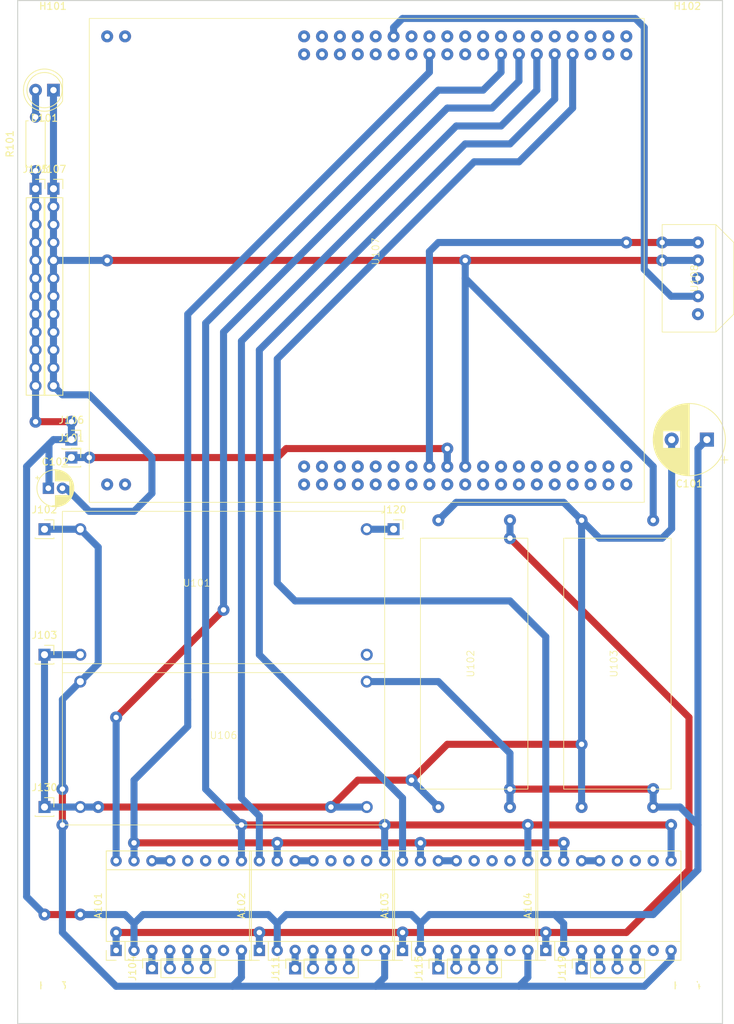
<source format=kicad_pcb>
(kicad_pcb (version 20221018) (generator pcbnew)
  (layers (0 "F.Cu" signal) (31 "B.Cu" signal) (34 "B.Paste" user) (35 "F.Paste" user) (36 "B.SilkS" user "B.Silkscreen") (37 "F.SilkS" user "F.Silkscreen") (38 "B.Mask" user) (39 "F.Mask" user) (44 "Edge.Cuts" user))
  (net 0 "")
  (net 1 "GND")
  (net 2 "5V")
  (net 3 "Net-(A101-1B)")
  (net 4 "Net-(A101-1A)")
  (net 5 "Net-(A101-2A)")
  (net 6 "Net-(A101-2B)")
  (net 8 "12V")
  (net 9 "ENABLE")
  (net 13 "Net-(A101-~{RESET})")
  (net 14 "12V_GND")
  (net 15 "STEP")
  (net 16 "Net-(A102-1B)")
  (net 17 "Net-(A102-1A)")
  (net 18 "Net-(A102-2A)")
  (net 19 "Net-(A102-2B)")
  (net 21 "DIR1")
  (net 25 "Net-(A102-~{RESET})")
  (net 26 "DIR2")
  (net 27 "DIR3")
  (net 28 "Net-(A103-1B)")
  (net 29 "Net-(A103-1A)")
  (net 30 "Net-(A103-2A)")
  (net 31 "Net-(A103-2B)")
  (net 36 "Net-(A103-~{RESET})")
  (net 37 "DIR4")
  (net 38 "Net-(J101-Pin_1)")
  (net 39 "Net-(A104-1B)")
  (net 40 "Net-(A104-1A)")
  (net 41 "Net-(A104-2A)")
  (net 42 "Net-(A104-2B)")
  (net 47 "Net-(A104-~{RESET})")
  (net 48 "5V_GND")
  (net 49 "3V3")
  (net 50 "6V")
  (net 51 "RX")
  (net 52 "Net-(D101-A)")
  (footprint "LM2596:LM2596" (layer "F.Cu") (at 29.21 85.09)
    (fp_text reference "U101" (at -3.81 -2.54 unlocked) (layer "F.SilkS") (effects (font (thickness 0.1))))
    (fp_text value "6V_OUT")
    (pad "1" thru_hole circle (at -20.32 -10.16) (size 1.7 1.7) (drill 1) (layers "*.Cu" "*.Mask") (net 8 "12V"))
    (pad "2" thru_hole circle (at -20.32 7.62) (size 1.7 1.7) (drill 1) (layers "*.Cu" "*.Mask") (net 1 "GND"))
    (pad "3" thru_hole circle (at 20.32 -10.16) (size 1.7 1.7) (drill 1) (layers "*.Cu" "*.Mask") (net 50 "6V"))
    (pad "4" thru_hole circle (at 20.32 7.62) (size 1.7 1.7) (drill 1) (layers "*.Cu" "*.Mask"))
  )
  (footprint "Module:Pololu_Breakout-16_15.2x20.3mm" (layer "F.Cu") (at 34.29 134.62 90)
    (fp_text reference "A102" (at 6.35 -2.54 90) (layer "F.SilkS"))
    (fp_text value "Pololu_Breakout_A4988")
    (pad "1" thru_hole rect (at 0 0 90) (size 1.6 1.6) (drill 0.8) (layers "*.Cu" "*.Mask") (net 14 "12V_GND"))
    (pad "2" thru_hole oval (at 0 2.54 90) (size 1.6 1.6) (drill 0.8) (layers "*.Cu" "*.Mask") (net 2 "5V"))
    (pad "3" thru_hole oval (at 0 5.08 90) (size 1.6 1.6) (drill 0.8) (layers "*.Cu" "*.Mask") (net 16 "Net-(A102-1B)"))
    (pad "4" thru_hole oval (at 0 7.62 90) (size 1.6 1.6) (drill 0.8) (layers "*.Cu" "*.Mask") (net 17 "Net-(A102-1A)"))
    (pad "5" thru_hole oval (at 0 10.16 90) (size 1.6 1.6) (drill 0.8) (layers "*.Cu" "*.Mask") (net 18 "Net-(A102-2A)"))
    (pad "6" thru_hole oval (at 0 12.7 90) (size 1.6 1.6) (drill 0.8) (layers "*.Cu" "*.Mask") (net 19 "Net-(A102-2B)"))
    (pad "7" thru_hole oval (at 0 15.24 90) (size 1.6 1.6) (drill 0.8) (layers "*.Cu" "*.Mask"))
    (pad "8" thru_hole oval (at 0 17.78 90) (size 1.6 1.6) (drill 0.8) (layers "*.Cu" "*.Mask") (net 8 "12V"))
    (pad "9" thru_hole oval (at 12.7 17.78 90) (size 1.6 1.6) (drill 0.8) (layers "*.Cu" "*.Mask") (net 9 "ENABLE"))
    (pad "10" thru_hole oval (at 12.7 15.24 90) (size 1.6 1.6) (drill 0.8) (layers "*.Cu" "*.Mask"))
    (pad "11" thru_hole oval (at 12.7 12.7 90) (size 1.6 1.6) (drill 0.8) (layers "*.Cu" "*.Mask"))
    (pad "12" thru_hole oval (at 12.7 10.16 90) (size 1.6 1.6) (drill 0.8) (layers "*.Cu" "*.Mask"))
    (pad "13" thru_hole oval (at 12.7 7.62 90) (size 1.6 1.6) (drill 0.8) (layers "*.Cu" "*.Mask") (net 25 "Net-(A102-~{RESET})"))
    (pad "14" thru_hole oval (at 12.7 5.08 90) (size 1.6 1.6) (drill 0.8) (layers "*.Cu" "*.Mask") (net 25 "Net-(A102-~{RESET})"))
    (pad "15" thru_hole oval (at 12.7 2.54 90) (size 1.6 1.6) (drill 0.8) (layers "*.Cu" "*.Mask") (net 15 "STEP"))
    (pad "16" thru_hole oval (at 12.7 0 90) (size 1.6 1.6) (drill 0.8) (layers "*.Cu" "*.Mask") (net 26 "DIR2"))
  )
  (footprint "Module:Pololu_Breakout-16_15.2x20.3mm" (layer "F.Cu") (at 54.61 134.62 90)
    (fp_text reference "A103" (at 6.35 -2.54 90) (layer "F.SilkS"))
    (fp_text value "Pololu_Breakout_A4988")
    (pad "1" thru_hole rect (at 0 0 90) (size 1.6 1.6) (drill 0.8) (layers "*.Cu" "*.Mask") (net 14 "12V_GND"))
    (pad "2" thru_hole oval (at 0 2.54 90) (size 1.6 1.6) (drill 0.8) (layers "*.Cu" "*.Mask") (net 2 "5V"))
    (pad "3" thru_hole oval (at 0 5.08 90) (size 1.6 1.6) (drill 0.8) (layers "*.Cu" "*.Mask") (net 28 "Net-(A103-1B)"))
    (pad "4" thru_hole oval (at 0 7.62 90) (size 1.6 1.6) (drill 0.8) (layers "*.Cu" "*.Mask") (net 29 "Net-(A103-1A)"))
    (pad "5" thru_hole oval (at 0 10.16 90) (size 1.6 1.6) (drill 0.8) (layers "*.Cu" "*.Mask") (net 30 "Net-(A103-2A)"))
    (pad "6" thru_hole oval (at 0 12.7 90) (size 1.6 1.6) (drill 0.8) (layers "*.Cu" "*.Mask") (net 31 "Net-(A103-2B)"))
    (pad "7" thru_hole oval (at 0 15.24 90) (size 1.6 1.6) (drill 0.8) (layers "*.Cu" "*.Mask"))
    (pad "8" thru_hole oval (at 0 17.78 90) (size 1.6 1.6) (drill 0.8) (layers "*.Cu" "*.Mask") (net 8 "12V"))
    (pad "9" thru_hole oval (at 12.7 17.78 90) (size 1.6 1.6) (drill 0.8) (layers "*.Cu" "*.Mask") (net 9 "ENABLE"))
    (pad "10" thru_hole oval (at 12.7 15.24 90) (size 1.6 1.6) (drill 0.8) (layers "*.Cu" "*.Mask"))
    (pad "11" thru_hole oval (at 12.7 12.7 90) (size 1.6 1.6) (drill 0.8) (layers "*.Cu" "*.Mask"))
    (pad "12" thru_hole oval (at 12.7 10.16 90) (size 1.6 1.6) (drill 0.8) (layers "*.Cu" "*.Mask"))
    (pad "13" thru_hole oval (at 12.7 7.62 90) (size 1.6 1.6) (drill 0.8) (layers "*.Cu" "*.Mask") (net 36 "Net-(A103-~{RESET})"))
    (pad "14" thru_hole oval (at 12.7 5.08 90) (size 1.6 1.6) (drill 0.8) (layers "*.Cu" "*.Mask") (net 36 "Net-(A103-~{RESET})"))
    (pad "15" thru_hole oval (at 12.7 2.54 90) (size 1.6 1.6) (drill 0.8) (layers "*.Cu" "*.Mask") (net 15 "STEP"))
    (pad "16" thru_hole oval (at 12.7 0 90) (size 1.6 1.6) (drill 0.8) (layers "*.Cu" "*.Mask") (net 27 "DIR3"))
  )
  (footprint "MyPinSocket:MyPinSocket" (layer "F.Cu") (at 7.62 62.23)
    (fp_text reference "J106" (at 0 -2.77) (layer "F.SilkS"))
    (fp_text value "5V_OPTIONAL+")
    (pad "1" thru_hole rect (at 0 0) (size 1.7 1.7) (drill 1) (layers "*.Cu" "*.Mask") (net 2 "5V"))
  )
  (footprint "MyLED:LED_D5.0mm" (layer "F.Cu") (at 3.81 12.7 180)
    (fp_text reference "D101" (at 0 -3.96) (layer "F.SilkS"))
    (fp_text value "LED")
    (pad "1" thru_hole rect (at -1.27 0 180) (size 1.8 1.8) (drill 0.9) (layers "*.Cu" "*.Mask") (net 48 "5V_GND"))
    (pad "2" thru_hole circle (at 1.27 0 180) (size 1.8 1.8) (drill 0.9) (layers "*.Cu" "*.Mask") (net 52 "Net-(D101-A)"))
  )
  (footprint "MountingHole:MountingHole_3.2mm_M3" (layer "F.Cu") (at 5 140)
    (fp_text reference "H103" (at 0 -0.38) (layer "F.SilkS"))
    (fp_text value "MountingHole")
    (pad "" np_thru_hole circle (at 0 0) (size 3.2 3.2) (drill 3.2) (layers "*.Cu" "*.Mask"))
  )
  (footprint "Ammeter:Ammeter" (layer "F.Cu") (at 64.77 93.98 90)
    (fp_text reference "U102" (at 0 -0.5 90 unlocked) (layer "F.SilkS") (effects (font (thickness 0.1))))
    (fp_text value "~")
    (pad "" np_thru_hole circle (at -13.97 0 90) (size 2.2 2.2) (drill 2.2) (layers "F&B.Cu" "*.Mask"))
    (pad "" np_thru_hole circle (at 12.7 0 90) (size 2.2 2.2) (drill 2.2) (layers "F&B.Cu" "*.Mask"))
    (pad "1" thru_hole circle (at -20.32 5.08 90) (size 1.7 1.7) (drill 0.762) (layers "*.Cu" "*.Mask") (net 2 "5V"))
    (pad "2" thru_hole circle (at -20.32 -5.08 90) (size 1.7 1.7) (drill 0.762) (layers "*.Cu" "*.Mask") (net 1 "GND"))
    (pad "3" thru_hole circle (at 20.32 5.08 90) (size 1.7 1.7) (drill 0.762) (layers "*.Cu" "*.Mask") (net 14 "12V_GND"))
    (pad "4" thru_hole circle (at 20.32 -5.08 90) (size 1.7 1.7) (drill 0.762) (layers "*.Cu" "*.Mask") (net 1 "GND"))
  )
  (footprint "Connector_PinSocket_2.54mm:PinSocket_1x04_P2.54mm_Vertical" (layer "F.Cu") (at 59.69 137.17 90)
    (fp_text reference "J115" (at 0 -2.77 90) (layer "F.SilkS"))
    (fp_text value "STEPPER_OUT3")
    (pad "1" thru_hole rect (at 0 0 90) (size 1.7 1.7) (drill 1) (layers "*.Cu" "*.Mask") (net 28 "Net-(A103-1B)"))
    (pad "2" thru_hole oval (at 0 2.54 90) (size 1.7 1.7) (drill 1) (layers "*.Cu" "*.Mask") (net 29 "Net-(A103-1A)"))
    (pad "3" thru_hole oval (at 0 5.08 90) (size 1.7 1.7) (drill 1) (layers "*.Cu" "*.Mask") (net 30 "Net-(A103-2A)"))
    (pad "4" thru_hole oval (at 0 7.62 90) (size 1.7 1.7) (drill 1) (layers "*.Cu" "*.Mask") (net 31 "Net-(A103-2B)"))
  )
  (footprint "My7.62mmResistor:My7.62mmResistor" (layer "F.Cu") (at 2.54 24.13 90)
    (fp_text reference "R101" (at 3.81 -3.64 90) (layer "F.SilkS"))
    (fp_text value "R")
    (pad "1" thru_hole circle (at 0 0 90) (size 1.6 1.6) (drill 0.8) (layers "*.Cu" "*.Mask") (net 2 "5V"))
    (pad "2" thru_hole oval (at 7.62 0 90) (size 1.6 1.6) (drill 0.8) (layers "*.Cu" "*.Mask") (net 52 "Net-(D101-A)"))
  )
  (footprint "Module:Pololu_Breakout-16_15.2x20.3mm" (layer "F.Cu") (at 13.97 134.62 90)
    (fp_text reference "A101" (at 6.35 -2.54 90) (layer "F.SilkS"))
    (fp_text value "Pololu_Breakout_A4988")
    (pad "1" thru_hole rect (at 0 0 90) (size 1.6 1.6) (drill 0.8) (layers "*.Cu" "*.Mask") (net 14 "12V_GND"))
    (pad "2" thru_hole oval (at 0 2.54 90) (size 1.6 1.6) (drill 0.8) (layers "*.Cu" "*.Mask") (net 2 "5V"))
    (pad "3" thru_hole oval (at 0 5.08 90) (size 1.6 1.6) (drill 0.8) (layers "*.Cu" "*.Mask") (net 3 "Net-(A101-1B)"))
    (pad "4" thru_hole oval (at 0 7.62 90) (size 1.6 1.6) (drill 0.8) (layers "*.Cu" "*.Mask") (net 4 "Net-(A101-1A)"))
    (pad "5" thru_hole oval (at 0 10.16 90) (size 1.6 1.6) (drill 0.8) (layers "*.Cu" "*.Mask") (net 5 "Net-(A101-2A)"))
    (pad "6" thru_hole oval (at 0 12.7 90) (size 1.6 1.6) (drill 0.8) (layers "*.Cu" "*.Mask") (net 6 "Net-(A101-2B)"))
    (pad "7" thru_hole oval (at 0 15.24 90) (size 1.6 1.6) (drill 0.8) (layers "*.Cu" "*.Mask"))
    (pad "8" thru_hole oval (at 0 17.78 90) (size 1.6 1.6) (drill 0.8) (layers "*.Cu" "*.Mask") (net 8 "12V"))
    (pad "9" thru_hole oval (at 12.7 17.78 90) (size 1.6 1.6) (drill 0.8) (layers "*.Cu" "*.Mask") (net 9 "ENABLE"))
    (pad "10" thru_hole oval (at 12.7 15.24 90) (size 1.6 1.6) (drill 0.8) (layers "*.Cu" "*.Mask"))
    (pad "11" thru_hole oval (at 12.7 12.7 90) (size 1.6 1.6) (drill 0.8) (layers "*.Cu" "*.Mask"))
    (pad "12" thru_hole oval (at 12.7 10.16 90) (size 1.6 1.6) (drill 0.8) (layers "*.Cu" "*.Mask"))
    (pad "13" thru_hole oval (at 12.7 7.62 90) (size 1.6 1.6) (drill 0.8) (layers "*.Cu" "*.Mask") (net 13 "Net-(A101-~{RESET})"))
    (pad "14" thru_hole oval (at 12.7 5.08 90) (size 1.6 1.6) (drill 0.8) (layers "*.Cu" "*.Mask") (net 13 "Net-(A101-~{RESET})"))
    (pad "15" thru_hole oval (at 12.7 2.54 90) (size 1.6 1.6) (drill 0.8) (layers "*.Cu" "*.Mask") (net 15 "STEP"))
    (pad "16" thru_hole oval (at 12.7 0 90) (size 1.6 1.6) (drill 0.8) (layers "*.Cu" "*.Mask") (net 21 "DIR1"))
  )
  (footprint "LM2596:LM2596" (layer "F.Cu") (at 29.21 106.68)
    (fp_text reference "U106" (at 0 -2.54 unlocked) (layer "F.SilkS") (effects (font (thickness 0.1))))
    (fp_text value "5V_OUT")
    (pad "1" thru_hole circle (at -20.32 -10.16) (size 1.7 1.7) (drill 1) (layers "*.Cu" "*.Mask") (net 8 "12V"))
    (pad "2" thru_hole circle (at -20.32 7.62) (size 1.7 1.7) (drill 1) (layers "*.Cu" "*.Mask") (net 1 "GND"))
    (pad "3" thru_hole circle (at 20.32 -10.16) (size 1.7 1.7) (drill 1) (layers "*.Cu" "*.Mask") (net 2 "5V"))
    (pad "4" thru_hole circle (at 20.32 7.62) (size 1.7 1.7) (drill 1) (layers "*.Cu" "*.Mask") (net 1 "GND"))
  )
  (footprint "Connector_PinSocket_2.54mm:PinSocket_1x04_P2.54mm_Vertical" (layer "F.Cu") (at 80.01 137.17 90)
    (fp_text reference "J119" (at 0 -2.77 90) (layer "F.SilkS"))
    (fp_text value "STEPPER_OUT4")
    (pad "1" thru_hole rect (at 0 0 90) (size 1.7 1.7) (drill 1) (layers "*.Cu" "*.Mask") (net 39 "Net-(A104-1B)"))
    (pad "2" thru_hole oval (at 0 2.54 90) (size 1.7 1.7) (drill 1) (layers "*.Cu" "*.Mask") (net 40 "Net-(A104-1A)"))
    (pad "3" thru_hole oval (at 0 5.08 90) (size 1.7 1.7) (drill 1) (layers "*.Cu" "*.Mask") (net 41 "Net-(A104-2A)"))
    (pad "4" thru_hole oval (at 0 7.62 90) (size 1.7 1.7) (drill 1) (layers "*.Cu" "*.Mask") (net 42 "Net-(A104-2B)"))
  )
  (footprint "MyPinSocket:MyPinSocket" (layer "F.Cu") (at 7.62 64.77)
    (fp_text reference "J101" (at 0 -2.77) (layer "F.SilkS"))
    (fp_text value "5V_OPTIONAL-")
    (pad "1" thru_hole rect (at 0 0) (size 1.7 1.7) (drill 1) (layers "*.Cu" "*.Mask") (net 38 "Net-(J101-Pin_1)"))
  )
  (footprint "NUCLEO-F401RE:NUCLEO-F401RE" (layer "F.Cu") (at 50.8 35.56 90)
    (fp_text reference "U107" (at 0 0 90 unlocked) (layer "F.SilkS") (effects (font (thickness 0.1))))
    (fp_text value "~")
    (pad "1" thru_hole circle (at -33.02 -10.16 90) (size 1.7 1.7) (drill 0.762) (layers "*.Cu" "*.Mask"))
    (pad "2" thru_hole circle (at -33.02 -7.62 90) (size 1.7 1.7) (drill 0.762) (layers "*.Cu" "*.Mask"))
    (pad "3" thru_hole circle (at -33.02 -5.08 90) (size 1.7 1.7) (drill 0.762) (layers "*.Cu" "*.Mask"))
    (pad "4" thru_hole circle (at -33.02 -2.54 90) (size 1.7 1.7) (drill 0.762) (layers "*.Cu" "*.Mask"))
    (pad "5" thru_hole circle (at -33.02 0 90) (size 1.7 1.7) (drill 0.762) (layers "*.Cu" "*.Mask"))
    (pad "6" thru_hole circle (at -33.02 2.54 90) (size 1.7 1.7) (drill 0.762) (layers "*.Cu" "*.Mask"))
    (pad "7" thru_hole circle (at -33.02 5.08 90) (size 1.7 1.7) (drill 0.762) (layers "*.Cu" "*.Mask"))
    (pad "8" thru_hole circle (at -33.02 7.62 90) (size 1.7 1.7) (drill 0.762) (layers "*.Cu" "*.Mask"))
    (pad "9" thru_hole circle (at -33.02 10.16 90) (size 1.7 1.7) (drill 0.762) (layers "*.Cu" "*.Mask"))
    (pad "10" thru_hole circle (at -33.02 12.7 90) (size 1.7 1.7) (drill 0.762) (layers "*.Cu" "*.Mask"))
    (pad "11" thru_hole circle (at -33.02 15.24 90) (size 1.7 1.7) (drill 0.762) (layers "*.Cu" "*.Mask"))
    (pad "12" thru_hole circle (at -33.02 17.78 90) (size 1.7 1.7) (drill 0.762) (layers "*.Cu" "*.Mask"))
    (pad "13" thru_hole circle (at -33.02 20.32 90) (size 1.7 1.7) (drill 0.762) (layers "*.Cu" "*.Mask"))
    (pad "14" thru_hole circle (at -33.02 22.86 90) (size 1.7 1.7) (drill 0.762) (layers "*.Cu" "*.Mask"))
    (pad "15" thru_hole circle (at -33.02 25.4 90) (size 1.7 1.7) (drill 0.762) (layers "*.Cu" "*.Mask"))
    (pad "16" thru_hole circle (at -33.02 27.94 90) (size 1.7 1.7) (drill 0.762) (layers "*.Cu" "*.Mask"))
    (pad "17" thru_hole circle (at -33.02 30.48 90) (size 1.7 1.7) (drill 0.762) (layers "*.Cu" "*.Mask"))
    (pad "18" thru_hole circle (at -33.02 33.02 90) (size 1.7 1.7) (drill 0.762) (layers "*.Cu" "*.Mask"))
    (pad "19" thru_hole circle (at -33.02 35.56 90) (size 1.7 1.7) (drill 0.762) (layers "*.Cu" "*.Mask"))
    (pad "20" thru_hole circle (at -30.48 -10.16 90) (size 1.7 1.7) (drill 0.762) (layers "*.Cu" "*.Mask"))
    (pad "21" thru_hole circle (at -30.48 -7.62 90) (size 1.7 1.7) (drill 0.762) (layers "*.Cu" "*.Mask"))
    (pad "22" thru_hole circle (at -30.48 -5.08 90) (size 1.7 1.7) (drill 0.762) (layers "*.Cu" "*.Mask"))
    (pad "23" thru_hole circle (at -30.48 -2.54 90) (size 1.7 1.7) (drill 0.762) (layers "*.Cu" "*.Mask"))
    (pad "24" thru_hole circle (at -30.48 0 90) (size 1.7 1.7) (drill 0.762) (layers "*.Cu" "*.Mask"))
    (pad "25" thru_hole circle (at -30.48 2.54 90) (size 1.7 1.7) (drill 0.762) (layers "*.Cu" "*.Mask"))
    (pad "26" thru_hole circle (at -30.48 5.08 90) (size 1.7 1.7) (drill 0.762) (layers "*.Cu" "*.Mask"))
    (pad "27" thru_hole circle (at -30.48 7.62 90) (size 1.7 1.7) (drill 0.762) (layers "*.Cu" "*.Mask") (net 49 "3V3"))
    (pad "28" thru_hole circle (at -30.48 10.16 90) (size 1.7 1.7) (drill 0.762) (layers "*.Cu" "*.Mask") (net 38 "Net-(J101-Pin_1)"))
    (pad "29" thru_hole circle (at -30.48 12.7 90) (size 1.7 1.7) (drill 0.762) (layers "*.Cu" "*.Mask") (net 48 "5V_GND"))
    (pad "30" thru_hole circle (at -30.48 15.24 90) (size 1.7 1.7) (drill 0.762) (layers "*.Cu" "*.Mask"))
    (pad "31" thru_hole circle (at -30.48 17.78 90) (size 1.7 1.7) (drill 0.762) (layers "*.Cu" "*.Mask"))
    (pad "32" thru_hole circle (at -30.48 20.32 90) (size 1.7 1.7) (drill 0.762) (layers "*.Cu" "*.Mask"))
    (pad "33" thru_hole circle (at -30.48 22.86 90) (size 1.7 1.7) (drill 0.762) (layers "*.Cu" "*.Mask"))
    (pad "34" thru_hole circle (at -30.48 25.4 90) (size 1.7 1.7) (drill 0.762) (layers "*.Cu" "*.Mask"))
    (pad "35" thru_hole circle (at -30.48 27.94 90) (size 1.7 1.7) (drill 0.762) (layers "*.Cu" "*.Mask"))
    (pad "36" thru_hole circle (at -30.48 30.48 90) (size 1.7 1.7) (drill 0.762) (layers "*.Cu" "*.Mask"))
    (pad "37" thru_hole circle (at -30.48 33.02 90) (size 1.7 1.7) (drill 0.762) (layers "*.Cu" "*.Mask"))
    (pad "38" thru_hole circle (at -30.48 35.56 90) (size 1.7 1.7) (drill 0.762) (layers "*.Cu" "*.Mask"))
    (pad "39" thru_hole circle (at 30.48 -10.16 90) (size 1.7 1.7) (drill 0.762) (layers "*.Cu" "*.Mask"))
    (pad "40" thru_hole circle (at 30.48 -7.62 90) (size 1.7 1.7) (drill 0.762) (layers "*.Cu" "*.Mask"))
    (pad "41" thru_hole circle (at 30.48 -5.08 90) (size 1.7 1.7) (drill 0.762) (layers "*.Cu" "*.Mask"))
    (pad "42" thru_hole circle (at 30.48 -2.54 90) (size 1.7 1.7) (drill 0.762) (layers "*.Cu" "*.Mask"))
    (pad "43" thru_hole circle (at 30.48 0 90) (size 1.7 1.7) (drill 0.762) (layers "*.Cu" "*.Mask"))
    (pad "44" thru_hole circle (at 30.48 2.54 90) (size 1.7 1.7) (drill 0.762) (layers "*.Cu" "*.Mask") (net 51 "RX"))
    (pad "45" thru_hole circle (at 30.48 5.08 90) (size 1.7 1.7) (drill 0.762) (layers "*.Cu" "*.Mask"))
    (pad "46" thru_hole circle (at 30.48 7.62 90) (size 1.7 1.7) (drill 0.762) (layers "*.Cu" "*.Mask"))
    (pad "47" thru_hole circle (at 30.48 10.16 90) (size 1.7 1.7) (drill 0.762) (layers "*.Cu" "*.Mask"))
    (pad "48" thru_hole circle (at 30.48 12.7 90) (size 1.7 1.7) (drill 0.762) (layers "*.Cu" "*.Mask"))
    (pad "49" thru_hole circle (at 30.48 15.24 90) (size 1.7 1.7) (drill 0.762) (layers "*.Cu" "*.Mask"))
    (pad "50" thru_hole circle (at 30.48 17.78 90) (size 1.7 1.7) (drill 0.762) (layers "*.Cu" "*.Mask"))
    (pad "51" thru_hole circle (at 30.48 20.32 90) (size 1.7 1.7) (drill 0.762) (layers "*.Cu" "*.Mask"))
    (pad "52" thru_hole circle (at 30.48 22.86 90) (size 1.7 1.7) (drill 0.762) (layers "*.Cu" "*.Mask"))
    (pad "53" thru_hole circle (at 30.48 25.4 90) (size 1.7 1.7) (drill 0.762) (layers "*.Cu" "*.Mask"))
    (pad "54" thru_hole circle (at 30.48 27.94 90) (size 1.7 1.7) (drill 0.762) (layers "*.Cu" "*.Mask"))
    (pad "55" thru_hole circle (at 30.48 30.48 90) (size 1.7 1.7) (drill 0.762) (layers "*.Cu" "*.Mask"))
    (pad "56" thru_hole circle (at 30.48 33.02 90) (size 1.7 1.7) (drill 0.762) (layers "*.Cu" "*.Mask"))
    (pad "57" thru_hole circle (at 30.48 35.56 90) (size 1.7 1.7) (drill 0.762) (layers "*.Cu" "*.Mask"))
    (pad "58" thru_hole circle (at 27.94 -10.16 90) (size 1.7 1.7) (drill 0.762) (layers "*.Cu" "*.Mask"))
    (pad "59" thru_hole circle (at 27.94 -7.62 90) (size 1.7 1.7) (drill 0.762) (layers "*.Cu" "*.Mask"))
    (pad "60" thru_hole circle (at 27.94 -5.08 90) (size 1.7 1.7) (drill 0.762) (layers "*.Cu" "*.Mask"))
    (pad "61" thru_hole circle (at 27.94 -2.54 90) (size 1.7 1.7) (drill 0.762) (layers "*.Cu" "*.Mask"))
    (pad "62" thru_hole circle (at 27.94 0 90) (size 1.7 1.7) (drill 0.762) (layers "*.Cu" "*.Mask"))
    (pad "63" thru_hole circle (at 27.94 2.54 90) (size 1.7 1.7) (drill 0.762) (layers "*.Cu" "*.Mask"))
    (pad "64" thru_hole circle (at 27.94 5.08 90) (size 1.7 1.7) (drill 0.762) (layers "*.Cu" "*.Mask"))
    (pad "65" thru_hole circle (at 27.94 7.62 90) (size 1.7 1.7) (drill 0.762) (layers "*.Cu" "*.Mask") (net 15 "STEP"))
    (pad "66" thru_hole circle (at 27.94 10.16 90) (size 1.7 1.7) (drill 0.762) (layers "*.Cu" "*.Mask"))
    (pad "67" thru_hole circle (at 27.94 12.7 90) (size 1.7 1.7) (drill 0.762) (layers "*.Cu" "*.Mask"))
    (pad "68" thru_hole circle (at 27.94 15.24 90) (size 1.7 1.7) (drill 0.762) (layers "*.Cu" "*.Mask"))
    (pad "69" thru_hole circle (at 27.94 17.78 90) (size 1.7 1.7) (drill 0.762) (layers "*.Cu" "*.Mask") (net 9 "ENABLE"))
    (pad "70" thru_hole circle (at 27.94 20.32 90) (size 1.7 1.7) (drill 0.762) (layers "*.Cu" "*.Mask") (net 21 "DIR1"))
    (pad "71" thru_hole circle (at 27.94 22.86 90) (size 1.7 1.7) (drill 0.762) (layers "*.Cu" "*.Mask") (net 26 "DIR2"))
    (pad "72" thru_hole circle (at 27.94 25.4 90) (size 1.7 1.7) (drill 0.762) (layers "*.Cu" "*.Mask") (net 27 "DIR3"))
    (pad "73" thru_hole circle (at 27.94 27.94 90) (size 1.7 1.7) (drill 0.762) (layers "*.Cu" "*.Mask") (net 37 "DIR4"))
    (pad "74" thru_hole circle (at 27.94 30.48 90) (size 1.7 1.7) (drill 0.762) (layers "*.Cu" "*.Mask"))
    (pad "75" thru_hole circle (at 27.94 33.02 90) (size 1.7 1.7) (drill 0.762) (layers "*.Cu" "*.Mask"))
    (pad "76" thru_hole circle (at 27.94 35.56 90) (size 1.7 1.7) (drill 0.762) (layers "*.Cu" "*.Mask"))
    (pad "77" thru_hole circle (at -33.02 -35.56 90) (size 1.7 1.7) (drill 0.762) (layers "*.Cu" "*.Mask"))
    (pad "78" thru_hole circle (at -33.02 -38.1 90) (size 1.7 1.7) (drill 0.762) (layers "*.Cu" "*.Mask"))
    (pad "79" thru_hole circle (at 30.48 -35.56 90) (size 1.7 1.7) (drill 0.762) (layers "*.Cu" "*.Mask"))
    (pad "80" thru_hole circle (at 30.48 -38.1 90) (size 1.7 1.7) (drill 0.762) (layers "*.Cu" "*.Mask"))
  )
  (footprint "MountingHole:MountingHole_3.2mm_M3" (layer "F.Cu") (at 95 140)
    (fp_text reference "H104" (at 0 -0.38) (layer "F.SilkS"))
    (fp_text value "MountingHole")
    (pad "" np_thru_hole circle (at 0 0) (size 3.2 3.2) (drill 3.2) (layers "*.Cu" "*.Mask"))
  )
  (footprint "Ammeter:Ammeter" (layer "F.Cu") (at 85.09 93.98 90)
    (fp_text reference "U103" (at 0 -0.5 90 unlocked) (layer "F.SilkS") (effects (font (thickness 0.1))))
    (fp_text value "~")
    (pad "" np_thru_hole circle (at -13.97 0 90) (size 2.2 2.2) (drill 2.2) (layers "F&B.Cu" "*.Mask"))
    (pad "" np_thru_hole circle (at 12.7 0 90) (size 2.2 2.2) (drill 2.2) (layers "F&B.Cu" "*.Mask"))
    (pad "1" thru_hole circle (at -20.32 5.08 90) (size 1.7 1.7) (drill 0.762) (layers "*.Cu" "*.Mask") (net 2 "5V"))
    (pad "2" thru_hole circle (at -20.32 -5.08 90) (size 1.7 1.7) (drill 0.762) (layers "*.Cu" "*.Mask") (net 1 "GND"))
    (pad "3" thru_hole circle (at 20.32 5.08 90) (size 1.7 1.7) (drill 0.762) (layers "*.Cu" "*.Mask") (net 48 "5V_GND"))
    (pad "4" thru_hole circle (at 20.32 -5.08 90) (size 1.7 1.7) (drill 0.762) (layers "*.Cu" "*.Mask") (net 1 "GND"))
  )
  (footprint "Capacitor_THT:CP_Radial_D5.0mm_P2.00mm" (layer "F.Cu") (at 4.35 69.12)
    (fp_text reference "C102" (at 1 -3.75) (layer "F.SilkS"))
    (fp_text value "10u")
    (pad "1" thru_hole rect (at 0 0) (size 1.6 1.6) (drill 0.8) (layers "*.Cu" "*.Mask") (net 2 "5V"))
    (pad "2" thru_hole circle (at 2 0) (size 1.6 1.6) (drill 0.8) (layers "*.Cu" "*.Mask") (net 48 "5V_GND"))
  )
  (footprint "Connector_PinSocket_2.54mm:PinSocket_1x04_P2.54mm_Vertical" (layer "F.Cu") (at 19.06 137.145 90)
    (fp_text reference "J104" (at 0 -2.77 90) (layer "F.SilkS"))
    (fp_text value "STEPPER_OUT1")
    (pad "1" thru_hole rect (at 0 0 90) (size 1.7 1.7) (drill 1) (layers "*.Cu" "*.Mask") (net 3 "Net-(A101-1B)"))
    (pad "2" thru_hole oval (at 0 2.54 90) (size 1.7 1.7) (drill 1) (layers "*.Cu" "*.Mask") (net 4 "Net-(A101-1A)"))
    (pad "3" thru_hole oval (at 0 5.08 90) (size 1.7 1.7) (drill 1) (layers "*.Cu" "*.Mask") (net 5 "Net-(A101-2A)"))
    (pad "4" thru_hole oval (at 0 7.62 90) (size 1.7 1.7) (drill 1) (layers "*.Cu" "*.Mask") (net 6 "Net-(A101-2B)"))
  )
  (footprint "MyPinSocket:MyPinSocket" (layer "F.Cu") (at 3.81 114.3)
    (fp_text reference "J130" (at 0 -2.77) (layer "F.SilkS"))
    (fp_text value "GND_for_Hbridge")
    (pad "1" thru_hole rect (at 0 0) (size 1.7 1.7) (drill 1) (layers "*.Cu" "*.Mask") (net 1 "GND"))
  )
  (footprint "Connector_PinSocket_2.54mm:PinSocket_1x12_P2.54mm_Vertical" (layer "F.Cu") (at 5.08 26.67)
    (fp_text reference "J107" (at 0 -2.77) (layer "F.SilkS"))
    (fp_text value "5V_GND_Sockets")
    (pad "1" thru_hole rect (at 0 0) (size 1.7 1.7) (drill 1) (layers "*.Cu" "*.Mask") (net 48 "5V_GND"))
    (pad "2" thru_hole oval (at 0 2.54) (size 1.7 1.7) (drill 1) (layers "*.Cu" "*.Mask") (net 48 "5V_GND"))
    (pad "3" thru_hole oval (at 0 5.08) (size 1.7 1.7) (drill 1) (layers "*.Cu" "*.Mask") (net 48 "5V_GND"))
    (pad "4" thru_hole oval (at 0 7.62) (size 1.7 1.7) (drill 1) (layers "*.Cu" "*.Mask") (net 48 "5V_GND"))
    (pad "5" thru_hole oval (at 0 10.16) (size 1.7 1.7) (drill 1) (layers "*.Cu" "*.Mask") (net 48 "5V_GND"))
    (pad "6" thru_hole oval (at 0 12.7) (size 1.7 1.7) (drill 1) (layers "*.Cu" "*.Mask") (net 48 "5V_GND"))
    (pad "7" thru_hole oval (at 0 15.24) (size 1.7 1.7) (drill 1) (layers "*.Cu" "*.Mask") (net 48 "5V_GND"))
    (pad "8" thru_hole oval (at 0 17.78) (size 1.7 1.7) (drill 1) (layers "*.Cu" "*.Mask") (net 48 "5V_GND"))
    (pad "9" thru_hole oval (at 0 20.32) (size 1.7 1.7) (drill 1) (layers "*.Cu" "*.Mask") (net 48 "5V_GND"))
    (pad "10" thru_hole oval (at 0 22.86) (size 1.7 1.7) (drill 1) (layers "*.Cu" "*.Mask") (net 48 "5V_GND"))
    (pad "11" thru_hole oval (at 0 25.4) (size 1.7 1.7) (drill 1) (layers "*.Cu" "*.Mask") (net 48 "5V_GND"))
    (pad "12" thru_hole oval (at 0 27.94) (size 1.7 1.7) (drill 1) (layers "*.Cu" "*.Mask") (net 48 "5V_GND"))
  )
  (footprint "MountingHole:MountingHole_3.2mm_M3" (layer "F.Cu") (at 5 5)
    (fp_text reference "H101" (at 0 -4.2) (layer "F.SilkS"))
    (fp_text value "MountingHole")
    (pad "" np_thru_hole circle (at 0 0) (size 3.2 3.2) (drill 3.2) (layers "*.Cu" "*.Mask"))
  )
  (footprint "XBEE:XBEE" (layer "F.Cu") (at 96.52 39.37 90)
    (fp_text reference "U108" (at 0 -0.5 90 unlocked) (layer "F.SilkS") (effects (font (thickness 0.1))))
    (fp_text value "~")
    (pad "1" thru_hole circle (at -5.08 0 90) (size 1.7 1.7) (drill 0.762) (layers "*.Cu" "*.Mask"))
    (pad "2" thru_hole circle (at -2.54 0 90) (size 1.7 1.7) (drill 0.762) (layers "*.Cu" "*.Mask") (net 51 "RX"))
    (pad "3" thru_hole circle (at 0 0 90) (size 1.7 1.7) (drill 0.762) (layers "*.Cu" "*.Mask"))
    (pad "4" thru_hole circle (at 2.54 0 90) (size 1.7 1.7) (drill 0.762) (layers "*.Cu" "*.Mask") (net 48 "5V_GND"))
    (pad "5" thru_hole circle (at 5.08 0 90) (size 1.7 1.7) (drill 0.762) (layers "*.Cu" "*.Mask") (net 49 "3V3"))
  )
  (footprint "Connector_PinSocket_2.54mm:PinSocket_1x04_P2.54mm_Vertical" (layer "F.Cu") (at 39.37 137.17 90)
    (fp_text reference "J111" (at 0 -2.77 90) (layer "F.SilkS"))
    (fp_text value "STEPPER_OUT2")
    (pad "1" thru_hole rect (at 0 0 90) (size 1.7 1.7) (drill 1) (layers "*.Cu" "*.Mask") (net 16 "Net-(A102-1B)"))
    (pad "2" thru_hole oval (at 0 2.54 90) (size 1.7 1.7) (drill 1) (layers "*.Cu" "*.Mask") (net 17 "Net-(A102-1A)"))
    (pad "3" thru_hole oval (at 0 5.08 90) (size 1.7 1.7) (drill 1) (layers "*.Cu" "*.Mask") (net 18 "Net-(A102-2A)"))
    (pad "4" thru_hole oval (at 0 7.62 90) (size 1.7 1.7) (drill 1) (layers "*.Cu" "*.Mask") (net 19 "Net-(A102-2B)"))
  )
  (footprint "Module:Pololu_Breakout-16_15.2x20.3mm" (layer "F.Cu") (at 74.93 134.62 90)
    (fp_text reference "A104" (at 6.35 -2.54 90) (layer "F.SilkS"))
    (fp_text value "Pololu_Breakout_A4988")
    (pad "1" thru_hole rect (at 0 0 90) (size 1.6 1.6) (drill 0.8) (layers "*.Cu" "*.Mask") (net 14 "12V_GND"))
    (pad "2" thru_hole oval (at 0 2.54 90) (size 1.6 1.6) (drill 0.8) (layers "*.Cu" "*.Mask") (net 2 "5V"))
    (pad "3" thru_hole oval (at 0 5.08 90) (size 1.6 1.6) (drill 0.8) (layers "*.Cu" "*.Mask") (net 39 "Net-(A104-1B)"))
    (pad "4" thru_hole oval (at 0 7.62 90) (size 1.6 1.6) (drill 0.8) (layers "*.Cu" "*.Mask") (net 40 "Net-(A104-1A)"))
    (pad "5" thru_hole oval (at 0 10.16 90) (size 1.6 1.6) (drill 0.8) (layers "*.Cu" "*.Mask") (net 41 "Net-(A104-2A)"))
    (pad "6" thru_hole oval (at 0 12.7 90) (size 1.6 1.6) (drill 0.8) (layers "*.Cu" "*.Mask") (net 42 "Net-(A104-2B)"))
    (pad "7" thru_hole oval (at 0 15.24 90) (size 1.6 1.6) (drill 0.8) (layers "*.Cu" "*.Mask"))
    (pad "8" thru_hole oval (at 0 17.78 90) (size 1.6 1.6) (drill 0.8) (layers "*.Cu" "*.Mask") (net 8 "12V"))
    (pad "9" thru_hole oval (at 12.7 17.78 90) (size 1.6 1.6) (drill 0.8) (layers "*.Cu" "*.Mask") (net 9 "ENABLE"))
    (pad "10" thru_hole oval (at 12.7 15.24 90) (size 1.6 1.6) (drill 0.8) (layers "*.Cu" "*.Mask"))
    (pad "11" thru_hole oval (at 12.7 12.7 90) (size 1.6 1.6) (drill 0.8) (layers "*.Cu" "*.Mask"))
    (pad "12" thru_hole oval (at 12.7 10.16 90) (size 1.6 1.6) (drill 0.8) (layers "*.Cu" "*.Mask"))
    (pad "13" thru_hole oval (at 12.7 7.62 90) (size 1.6 1.6) (drill 0.8) (layers "*.Cu" "*.Mask") (net 47 "Net-(A104-~{RESET})"))
    (pad "14" thru_hole oval (at 12.7 5.08 90) (size 1.6 1.6) (drill 0.8) (layers "*.Cu" "*.Mask") (net 47 "Net-(A104-~{RESET})"))
    (pad "15" thru_hole oval (at 12.7 2.54 90) (size 1.6 1.6) (drill 0.8) (layers "*.Cu" "*.Mask") (net 15 "STEP"))
    (pad "16" thru_hole oval (at 12.7 0 90) (size 1.6 1.6) (drill 0.8) (layers "*.Cu" "*.Mask") (net 37 "DIR4"))
  )
  (footprint "MyPinSocket:MyPinSocket" (layer "F.Cu") (at 3.81 92.71)
    (fp_text reference "J103" (at 0 -2.77) (layer "F.SilkS"))
    (fp_text value "GND_IN")
    (pad "1" thru_hole rect (at 0 0) (size 1.7 1.7) (drill 1) (layers "*.Cu" "*.Mask") (net 1 "GND"))
  )
  (footprint "Connector_PinSocket_2.54mm:PinSocket_1x12_P2.54mm_Vertical" (layer "F.Cu") (at 2.54 26.67)
    (fp_text reference "J105" (at 0 -2.77) (layer "F.SilkS"))
    (fp_text value "5V_Sockets")
    (pad "1" thru_hole rect (at 0 0) (size 1.7 1.7) (drill 1) (layers "*.Cu" "*.Mask") (net 2 "5V"))
    (pad "2" thru_hole oval (at 0 2.54) (size 1.7 1.7) (drill 1) (layers "*.Cu" "*.Mask") (net 2 "5V"))
    (pad "3" thru_hole oval (at 0 5.08) (size 1.7 1.7) (drill 1) (layers "*.Cu" "*.Mask") (net 2 "5V"))
    (pad "4" thru_hole oval (at 0 7.62) (size 1.7 1.7) (drill 1) (layers "*.Cu" "*.Mask") (net 2 "5V"))
    (pad "5" thru_hole oval (at 0 10.16) (size 1.7 1.7) (drill 1) (layers "*.Cu" "*.Mask") (net 2 "5V"))
    (pad "6" thru_hole oval (at 0 12.7) (size 1.7 1.7) (drill 1) (layers "*.Cu" "*.Mask") (net 2 "5V"))
    (pad "7" thru_hole oval (at 0 15.24) (size 1.7 1.7) (drill 1) (layers "*.Cu" "*.Mask") (net 2 "5V"))
    (pad "8" thru_hole oval (at 0 17.78) (size 1.7 1.7) (drill 1) (layers "*.Cu" "*.Mask") (net 2 "5V"))
    (pad "9" thru_hole oval (at 0 20.32) (size 1.7 1.7) (drill 1) (layers "*.Cu" "*.Mask") (net 2 "5V"))
    (pad "10" thru_hole oval (at 0 22.86) (size 1.7 1.7) (drill 1) (layers "*.Cu" "*.Mask") (net 2 "5V"))
    (pad "11" thru_hole oval (at 0 25.4) (size 1.7 1.7) (drill 1) (layers "*.Cu" "*.Mask") (net 2 "5V"))
    (pad "12" thru_hole oval (at 0 27.94) (size 1.7 1.7) (drill 1) (layers "*.Cu" "*.Mask") (net 2 "5V"))
  )
  (footprint "Capacitor_THT:CP_Radial_D10.0mm_P5.00mm" (layer "F.Cu") (at 97.79 62.23 180)
    (fp_text reference "C101" (at 2.5 -6.25) (layer "F.SilkS"))
    (fp_text value "1000u")
    (pad "1" thru_hole rect (at 0 0 180) (size 2 2) (drill 1) (layers "*.Cu" "*.Mask") (net 2 "5V"))
    (pad "2" thru_hole circle (at 5 0 180) (size 2 2) (drill 1) (layers "*.Cu" "*.Mask") (net 1 "GND"))
  )
  (footprint "MyPinSocket:MyPinSocket" (layer "F.Cu") (at 53.34 74.93)
    (fp_text reference "J120" (at 0 -2.77) (layer "F.SilkS"))
    (fp_text value "6V_for_Hbridge")
    (pad "1" thru_hole rect (at 0 0) (size 1.7 1.7) (drill 1) (layers "*.Cu" "*.Mask") (net 50 "6V"))
  )
  (footprint "MyPinSocket:MyPinSocket" (layer "F.Cu") (at 3.81 74.93)
    (fp_text reference "J102" (at 0 -2.77) (layer "F.SilkS"))
    (fp_text value "12V_IN")
    (pad "1" thru_hole rect (at 0 0) (size 1.7 1.7) (drill 1) (layers "*.Cu" "*.Mask") (net 8 "12V"))
  )
  (footprint "MountingHole:MountingHole_3.2mm_M3" (layer "F.Cu") (at 95 5)
    (fp_text reference "H102" (at 0 -4.2) (layer "F.SilkS"))
    (fp_text value "MountingHole")
    (pad "" np_thru_hole circle (at 0 0) (size 3.2 3.2) (drill 3.2) (layers "*.Cu" "*.Mask"))
  )
  (gr_rect (start 0 0) (end 100 145) (stroke (width 0.15)) (fill none) (layer "Edge.Cuts"))
  (segment (start 11.43 114.3) (end 44.45 114.3) (width 1) (layer "F.Cu") (net 1))
  (segment (start 44.45 114.3) (end 48.26 110.49) (width 1) (layer "F.Cu") (net 1))
  (segment (start 48.26 110.49) (end 55.88 110.49) (width 1) (layer "F.Cu") (net 1))
  (segment (start 60.96 105.41) (end 80.01 105.41) (width 1) (layer "F.Cu") (net 1))
  (segment (start 55.88 110.49) (end 60.96 105.41) (width 1) (layer "F.Cu") (net 1))
  (via (at 44.45 114.3) (size 1.7) (drill 0.762) (layers "F.Cu" "B.Cu") (net 1))
  (via (at 55.88 110.49) (size 1.7) (drill 0.762) (layers "F.Cu" "B.Cu") (net 1))
  (via (at 11.43 114.3) (size 1.7) (drill 0.762) (layers "F.Cu" "B.Cu") (net 1))
  (via (at 80.01 105.41) (size 1.7) (drill 0.762) (layers "F.Cu" "B.Cu") (net 1))
  (segment (start 8.89 114.3) (end 11.43 114.3) (width 1) (layer "B.Cu") (net 1))
  (segment (start 91.44 76.2) (end 82.55 76.2) (width 1) (layer "B.Cu") (net 1))
  (segment (start 80.01 73.66) (end 77.47 71.12) (width 1) (layer "B.Cu") (net 1))
  (segment (start 8.89 114.3) (end 3.81 114.3) (width 1) (layer "B.Cu") (net 1))
  (segment (start 44.45 114.3) (end 49.53 114.3) (width 1) (layer "B.Cu") (net 1))
  (segment (start 82.55 76.2) (end 80.01 73.66) (width 1) (layer "B.Cu") (net 1))
  (segment (start 8.89 92.71) (end 3.81 92.71) (width 1) (layer "B.Cu") (net 1))
  (segment (start 92.79 74.85) (end 91.44 76.2) (width 1) (layer "B.Cu") (net 1))
  (segment (start 92.79 62.23) (end 92.79 74.85) (width 1) (layer "B.Cu") (net 1))
  (segment (start 62.23 71.12) (end 59.69 73.66) (width 1) (layer "B.Cu") (net 1))
  (segment (start 80.01 73.66) (end 80.01 114.3) (width 1) (layer "B.Cu") (net 1))
  (segment (start 3.81 92.71) (end 3.81 114.3) (width 1) (layer "B.Cu") (net 1))
  (segment (start 77.47 71.12) (end 62.23 71.12) (width 1) (layer "B.Cu") (net 1))
  (segment (start 55.88 110.49) (end 59.69 114.3) (width 1) (layer "B.Cu") (net 1))
  (segment (start 2.54 59.69) (end 7.62 59.69) (width 1) (layer "F.Cu") (net 2))
  (segment (start 8.89 129.54) (end 3.81 129.54) (width 1) (layer "F.Cu") (net 2))
  (segment (start 90.17 111.76) (end 69.85 111.76) (width 1) (layer "F.Cu") (net 2))
  (via (at 3.81 129.54) (size 1.7) (drill 0.762) (layers "F.Cu" "B.Cu") (net 2))
  (via (at 69.85 111.76) (size 1.7) (drill 0.762) (layers "F.Cu" "B.Cu") (net 2))
  (via (at 7.62 59.69) (size 1.7) (drill 0.762) (layers "F.Cu" "B.Cu") (net 2))
  (via (at 8.89 129.54) (size 1.7) (drill 0.762) (layers "F.Cu" "B.Cu") (net 2))
  (via (at 2.54 59.69) (size 1.7) (drill 0.762) (layers "F.Cu" "B.Cu") (net 2))
  (via (at 90.17 111.76) (size 1.7) (drill 0.762) (layers "F.Cu" "B.Cu") (net 2))
  (segment (start 36.83 130.81) (end 36.83 134.62) (width 1) (layer "B.Cu") (net 2))
  (segment (start 4.445 62.865) (end 1.27 66.04) (width 1) (layer "B.Cu") (net 2))
  (segment (start 96.52 123.19) (end 96.52 116.84) (width 1) (layer "B.Cu") (net 2))
  (segment (start 69.85 106.68) (end 59.69 96.52) (width 1) (layer "B.Cu") (net 2))
  (segment (start 93.98 114.3) (end 90.17 114.3) (width 1) (layer "B.Cu") (net 2))
  (segment (start 15.24 129.54) (end 8.89 129.54) (width 1) (layer "B.Cu") (net 2))
  (segment (start 69.85 114.3) (end 69.85 111.76) (width 1) (layer "B.Cu") (net 2))
  (segment (start 35.56 129.54) (end 36.83 130.81) (width 1) (layer "B.Cu") (net 2))
  (segment (start 36.83 130.81) (end 38.1 129.54) (width 1) (layer "B.Cu") (net 2))
  (segment (start 5.08 62.23) (end 4.445 62.865) (width 1) (layer "B.Cu") (net 2))
  (segment (start 77.47 130.81) (end 77.47 134.62) (width 1) (layer "B.Cu") (net 2))
  (segment (start 2.54 24.13) (end 2.54 59.69) (width 1) (layer "B.Cu") (net 2))
  (segment (start 90.17 114.3) (end 90.17 111.76) (width 1) (layer "B.Cu") (net 2))
  (segment (start 96.52 63.5) (end 97.79 62.23) (width 1) (layer "B.Cu") (net 2))
  (segment (start 38.1 129.54) (end 55.88 129.54) (width 1) (layer "B.Cu") (net 2))
  (segment (start 96.52 116.84) (end 93.98 114.3) (width 1) (layer "B.Cu") (net 2))
  (segment (start 76.2 129.54) (end 90.17 129.54) (width 1) (layer "B.Cu") (net 2))
  (segment (start 16.51 134.62) (end 16.51 130.81) (width 1) (layer "B.Cu") (net 2))
  (segment (start 17.78 129.54) (end 35.56 129.54) (width 1) (layer "B.Cu") (net 2))
  (segment (start 96.52 116.84) (end 96.52 63.5) (width 1) (layer "B.Cu") (net 2))
  (segment (start 57.15 130.81) (end 57.15 134.62) (width 1) (layer "B.Cu") (net 2))
  (segment (start 4.35 69.12) (end 4.445 69.025) (width 1) (layer "B.Cu") (net 2))
  (segment (start 16.51 130.81) (end 17.78 129.54) (width 1) (layer "B.Cu") (net 2))
  (segment (start 76.2 129.54) (end 77.47 130.81) (width 1) (layer "B.Cu") (net 2))
  (segment (start 4.445 69.025) (end 4.445 62.865) (width 1) (layer "B.Cu") (net 2))
  (segment (start 16.51 130.81) (end 15.24 129.54) (width 1) (layer "B.Cu") (net 2))
  (segment (start 69.85 111.76) (end 69.85 106.68) (width 1) (layer "B.Cu") (net 2))
  (segment (start 90.17 129.54) (end 96.52 123.19) (width 1) (layer "B.Cu") (net 2))
  (segment (start 3.81 129.54) (end 1.27 127) (width 1) (layer "B.Cu") (net 2))
  (segment (start 7.62 62.23) (end 5.08 62.23) (width 1) (layer "B.Cu") (net 2))
  (segment (start 55.88 129.54) (end 57.15 130.81) (width 1) (layer "B.Cu") (net 2))
  (segment (start 1.27 66.04) (end 1.27 127) (width 1) (layer "B.Cu") (net 2))
  (segment (start 57.15 130.81) (end 58.42 129.54) (width 1) (layer "B.Cu") (net 2))
  (segment (start 59.69 96.52) (end 49.53 96.52) (width 1) (layer "B.Cu") (net 2))
  (segment (start 7.62 59.69) (end 7.62 62.23) (width 1) (layer "B.Cu") (net 2))
  (segment (start 58.42 129.54) (end 76.2 129.54) (width 1) (layer "B.Cu") (net 2))
  (segment (start 19.05 137.135) (end 19.06 137.145) (width 1) (layer "B.Cu") (net 3))
  (segment (start 19.05 134.62) (end 19.05 137.135) (width 1) (layer "B.Cu") (net 3))
  (segment (start 21.59 134.62) (end 21.59 137.135) (width 1) (layer "B.Cu") (net 4))
  (segment (start 21.59 137.135) (end 21.6 137.145) (width 1) (layer "B.Cu") (net 4))
  (segment (start 24.13 134.62) (end 24.13 137.135) (width 1) (layer "B.Cu") (net 5))
  (segment (start 24.13 137.135) (end 24.14 137.145) (width 1) (layer "B.Cu") (net 5))
  (segment (start 26.67 137.135) (end 26.68 137.145) (width 1) (layer "B.Cu") (net 6))
  (segment (start 26.67 134.62) (end 26.67 137.135) (width 1) (layer "B.Cu") (net 6))
  (segment (start 6.35 111.76) (end 6.35 116.84) (width 1) (layer "F.Cu") (net 8))
  (via (at 6.35 111.76) (size 1.7) (drill 0.762) (layers "F.Cu" "B.Cu") (net 8))
  (via (at 6.35 116.84) (size 1.7) (drill 0.762) (layers "F.Cu" "B.Cu") (net 8))
  (segment (start 88.9 139.7) (end 71.12 139.7) (width 1) (layer "B.Cu") (net 8))
  (segment (start 50.8 139.7) (end 52.07 138.43) (width 1) (layer "B.Cu") (net 8))
  (segment (start 8.89 74.93) (end 11.43 77.47) (width 1) (layer "B.Cu") (net 8))
  (segment (start 30.48 139.7) (end 31.75 138.43) (width 1) (layer "B.Cu") (net 8))
  (segment (start 92.71 135.89) (end 88.9 139.7) (width 1) (layer "B.Cu") (net 8))
  (segment (start 30.48 139.7) (end 13.97 139.7) (width 1) (layer "B.Cu") (net 8))
  (segment (start 6.35 132.08) (end 6.35 116.84) (width 1) (layer "B.Cu") (net 8))
  (segment (start 72.39 138.43) (end 72.39 134.62) (width 1) (layer "B.Cu") (net 8))
  (segment (start 50.8 139.7) (end 30.48 139.7) (width 1) (layer "B.Cu") (net 8))
  (segment (start 6.35 99.06) (end 6.35 111.76) (width 1) (layer "B.Cu") (net 8))
  (segment (start 13.97 139.7) (end 8.89 134.62) (width 1) (layer "B.Cu") (net 8))
  (segment (start 8.89 96.52) (end 6.35 99.06) (width 1) (layer "B.Cu") (net 8))
  (segment (start 71.12 139.7) (end 50.8 139.7) (width 1) (layer "B.Cu") (net 8))
  (segment (start 8.89 74.93) (end 3.81 74.93) (width 1) (layer "B.Cu") (net 8))
  (segment (start 11.43 93.98) (end 8.89 96.52) (width 1) (layer "B.Cu") (net 8))
  (segment (start 11.43 77.47) (end 11.43 93.98) (width 1) (layer "B.Cu") (net 8))
  (segment (start 71.12 139.7) (end 72.39 138.43) (width 1) (layer "B.Cu") (net 8))
  (segment (start 52.07 138.43) (end 52.07 134.62) (width 1) (layer "B.Cu") (net 8))
  (segment (start 8.89 134.62) (end 6.35 132.08) (width 1) (layer "B.Cu") (net 8))
  (segment (start 31.75 138.43) (end 31.75 134.62) (width 1) (layer "B.Cu") (net 8))
  (segment (start 92.71 134.62) (end 92.71 135.89) (width 1) (layer "B.Cu") (net 8))
  (segment (start 92.71 116.84) (end 31.75 116.84) (width 1) (layer "F.Cu") (net 9))
  (via (at 31.75 116.84) (size 1.7) (drill 0.762) (layers "F.Cu" "B.Cu") (net 9))
  (via (at 92.71 116.84) (size 1.7) (drill 0.762) (layers "F.Cu" "B.Cu") (net 9))
  (via (at 52.07 116.84) (size 1.7) (drill 0.762) (layers "F.Cu" "B.Cu") (net 9))
  (via (at 72.39 116.84) (size 1.7) (drill 0.762) (layers "F.Cu" "B.Cu") (net 9))
  (segment (start 31.75 116.84) (end 26.67 111.76) (width 1) (layer "B.Cu") (net 9))
  (segment (start 68.58 10.16) (end 66.04 12.7) (width 1) (layer "B.Cu") (net 9))
  (segment (start 26.67 45.72) (end 26.67 111.76) (width 1) (layer "B.Cu") (net 9))
  (segment (start 68.58 7.62) (end 68.58 10.16) (width 1) (layer "B.Cu") (net 9))
  (segment (start 72.39 121.92) (end 72.39 116.84) (width 1) (layer "B.Cu") (net 9))
  (segment (start 92.71 121.92) (end 92.71 116.84) (width 1) (layer "B.Cu") (net 9))
  (segment (start 26.67 45.72) (end 59.69 12.7) (width 1) (layer "B.Cu") (net 9))
  (segment (start 59.69 12.7) (end 66.04 12.7) (width 1) (layer "B.Cu") (net 9))
  (segment (start 31.75 121.92) (end 31.75 116.84) (width 1) (layer "B.Cu") (net 9))
  (segment (start 52.07 121.92) (end 52.07 116.84) (width 1) (layer "B.Cu") (net 9))
  (segment (start 19.05 121.92) (end 21.59 121.92) (width 1) (layer "B.Cu") (net 13))
  (segment (start 95.25 123.19) (end 95.25 101.6) (width 1) (layer "F.Cu") (net 14))
  (segment (start 13.97 132.08) (end 74.93 132.08) (width 1) (layer "F.Cu") (net 14))
  (segment (start 74.93 132.08) (end 86.36 132.08) (width 1) (layer "F.Cu") (net 14))
  (segment (start 95.25 101.6) (end 69.85 76.2) (width 1) (layer "F.Cu") (net 14))
  (segment (start 86.36 132.08) (end 95.25 123.19) (width 1) (layer "F.Cu") (net 14))
  (via (at 74.93 132.08) (size 1.7) (drill 0.762) (layers "F.Cu" "B.Cu") (net 14))
  (via (at 69.85 76.2) (size 1.7) (drill 0.762) (layers "F.Cu" "B.Cu") (net 14))
  (via (at 34.29 132.08) (size 1.7) (drill 0.762) (layers "F.Cu" "B.Cu") (net 14))
  (via (at 54.61 132.08) (size 1.7) (drill 0.762) (layers "F.Cu" "B.Cu") (net 14))
  (via (at 13.97 132.08) (size 1.7) (drill 0.762) (layers "F.Cu" "B.Cu") (net 14))
  (segment (start 74.93 134.62) (end 74.93 132.08) (width 1) (layer "B.Cu") (net 14))
  (segment (start 69.85 73.66) (end 69.85 76.2) (width 1) (layer "B.Cu") (net 14))
  (segment (start 54.61 134.62) (end 54.61 132.08) (width 1) (layer "B.Cu") (net 14))
  (segment (start 13.97 134.62) (end 13.97 132.08) (width 1) (layer "B.Cu") (net 14))
  (segment (start 34.29 134.62) (end 34.29 132.08) (width 1) (layer "B.Cu") (net 14))
  (segment (start 77.47 119.38) (end 16.51 119.38) (width 1) (layer "F.Cu") (net 15))
  (via (at 77.47 119.38) (size 1.7) (drill 0.762) (layers "F.Cu" "B.Cu") (net 15))
  (via (at 57.15 119.38) (size 1.7) (drill 0.762) (layers "F.Cu" "B.Cu") (net 15))
  (via (at 36.83 119.38) (size 1.7) (drill 0.762) (layers "F.Cu" "B.Cu") (net 15))
  (via (at 16.51 119.38) (size 1.7) (drill 0.762) (layers "F.Cu" "B.Cu") (net 15))
  (segment (start 24.13 44.45) (end 24.13 99.06) (width 1) (layer "B.Cu") (net 15))
  (segment (start 58.42 10.16) (end 24.13 44.45) (width 1) (layer "B.Cu") (net 15))
  (segment (start 57.15 121.92) (end 57.15 119.38) (width 1) (layer "B.Cu") (net 15))
  (segment (start 16.51 121.92) (end 16.51 119.38) (width 1) (layer "B.Cu") (net 15))
  (segment (start 24.13 99.06) (end 24.13 102.87) (width 1) (layer "B.Cu") (net 15))
  (segment (start 77.47 121.92) (end 77.47 119.38) (width 1) (layer "B.Cu") (net 15))
  (segment (start 16.51 110.49) (end 16.51 119.38) (width 1) (layer "B.Cu") (net 15))
  (segment (start 58.42 7.62) (end 58.42 10.16) (width 1) (layer "B.Cu") (net 15))
  (segment (start 24.13 102.87) (end 16.51 110.49) (width 1) (layer "B.Cu") (net 15))
  (segment (start 36.83 121.92) (end 36.83 119.38) (width 1) (layer "B.Cu") (net 15))
  (segment (start 39.37 134.62) (end 39.37 137.17) (width 1) (layer "B.Cu") (net 16))
  (segment (start 41.91 134.62) (end 41.91 137.17) (width 1) (layer "B.Cu") (net 17))
  (segment (start 44.45 134.62) (end 44.45 137.17) (width 1) (layer "B.Cu") (net 18))
  (segment (start 46.99 134.62) (end 46.99 137.17) (width 1) (layer "B.Cu") (net 19))
  (segment (start 13.97 101.6) (end 29.21 86.36) (width 1) (layer "F.Cu") (net 21))
  (via (at 13.97 101.6) (size 1.7) (drill 0.762) (layers "F.Cu" "B.Cu") (net 21))
  (via (at 29.21 86.36) (size 1.7) (drill 0.762) (layers "F.Cu" "B.Cu") (net 21))
  (segment (start 60.96 15.24) (end 67.31 15.24) (width 1) (layer "B.Cu") (net 21))
  (segment (start 71.12 11.43) (end 71.12 7.62) (width 1) (layer "B.Cu") (net 21))
  (segment (start 13.97 121.92) (end 13.97 101.6) (width 1) (layer "B.Cu") (net 21))
  (segment (start 29.21 46.99) (end 60.96 15.24) (width 1) (layer "B.Cu") (net 21))
  (segment (start 29.21 86.36) (end 29.21 46.99) (width 1) (layer "B.Cu") (net 21))
  (segment (start 67.31 15.24) (end 71.12 11.43) (width 1) (layer "B.Cu") (net 21))
  (segment (start 39.37 121.92) (end 41.91 121.92) (width 1) (layer "B.Cu") (net 25))
  (segment (start 31.75 48.26) (end 31.75 113.03) (width 1) (layer "B.Cu") (net 26))
  (segment (start 62.23 17.78) (end 31.75 48.26) (width 1) (layer "B.Cu") (net 26))
  (segment (start 31.75 113.03) (end 34.29 115.57) (width 1) (layer "B.Cu") (net 26))
  (segment (start 68.58 17.78) (end 62.23 17.78) (width 1) (layer "B.Cu") (net 26))
  (segment (start 34.29 115.57) (end 34.29 121.92) (width 1) (layer "B.Cu") (net 26))
  (segment (start 73.66 12.7) (end 68.58 17.78) (width 1) (layer "B.Cu") (net 26))
  (segment (start 73.66 7.62) (end 73.66 12.7) (width 1) (layer "B.Cu") (net 26))
  (segment (start 54.61 113.03) (end 34.29 92.71) (width 1) (layer "B.Cu") (net 27))
  (segment (start 34.29 49.53) (end 34.29 92.71) (width 1) (layer "B.Cu") (net 27))
  (segment (start 76.2 13.97) (end 76.2 7.62) (width 1) (layer "B.Cu") (net 27))
  (segment (start 69.85 20.32) (end 76.2 13.97) (width 1) (layer "B.Cu") (net 27))
  (segment (start 34.29 49.53) (end 63.5 20.32) (width 1) (layer "B.Cu") (net 27))
  (segment (start 63.5 20.32) (end 69.85 20.32) (width 1) (layer "B.Cu") (net 27))
  (segment (start 54.61 121.92) (end 54.61 113.03) (width 1) (layer "B.Cu") (net 27))
  (segment (start 59.69 137.17) (end 59.69 134.62) (width 1) (layer "B.Cu") (net 28))
  (segment (start 62.23 134.62) (end 62.23 137.17) (width 1) (layer "B.Cu") (net 29))
  (segment (start 64.77 134.62) (end 64.77 137.17) (width 1) (layer "B.Cu") (net 30))
  (segment (start 67.31 134.62) (end 67.31 137.17) (width 1) (layer "B.Cu") (net 31))
  (segment (start 62.23 121.92) (end 59.69 121.92) (width 1) (layer "B.Cu") (net 36))
  (segment (start 36.83 50.8) (end 64.77 22.86) (width 1) (layer "B.Cu") (net 37))
  (segment (start 78.74 15.24) (end 78.74 7.62) (width 1) (layer "B.Cu") (net 37))
  (segment (start 36.83 82.55) (end 36.83 50.8) (width 1) (layer "B.Cu") (net 37))
  (segment (start 74.93 90.17) (end 69.85 85.09) (width 1) (layer "B.Cu") (net 37))
  (segment (start 64.77 22.86) (end 71.12 22.86) (width 1) (layer "B.Cu") (net 37))
  (segment (start 69.85 85.09) (end 39.37 85.09) (width 1) (layer "B.Cu") (net 37))
  (segment (start 71.12 22.86) (end 78.74 15.24) (width 1) (layer "B.Cu") (net 37))
  (segment (start 39.37 85.09) (end 36.83 82.55) (width 1) (layer "B.Cu") (net 37))
  (segment (start 74.93 121.92) (end 74.93 90.17) (width 1) (layer "B.Cu") (net 37))
  (segment (start 38.1 63.5) (end 60.96 63.5) (width 1) (layer "F.Cu") (net 38))
  (segment (start 10.16 64.77) (end 36.83 64.77) (width 1) (layer "F.Cu") (net 38))
  (segment (start 36.83 64.77) (end 38.1 63.5) (width 1) (layer "F.Cu") (net 38))
  (via (at 60.96 63.5) (size 1.7) (drill 0.762) (layers "F.Cu" "B.Cu") (net 38))
  (via (at 10.16 64.77) (size 1.7) (drill 0.762) (layers "F.Cu" "B.Cu") (net 38))
  (segment (start 60.96 66.04) (end 60.96 63.5) (width 1) (layer "B.Cu") (net 38))
  (segment (start 7.62 64.77) (end 10.16 64.77) (width 1) (layer "B.Cu") (net 38))
  (segment (start 80.01 134.62) (end 80.01 137.17) (width 1) (layer "B.Cu") (net 39))
  (segment (start 82.55 134.62) (end 82.55 137.17) (width 1) (layer "B.Cu") (net 40))
  (segment (start 85.09 134.62) (end 85.09 137.17) (width 1) (layer "B.Cu") (net 41))
  (segment (start 87.63 134.62) (end 87.63 137.17) (width 1) (layer "B.Cu") (net 42))
  (segment (start 80.01 121.92) (end 82.55 121.92) (width 1) (layer "B.Cu") (net 47))
  (segment (start 91.44 36.83) (end 12.7 36.83) (width 1) (layer "F.Cu") (net 48))
  (via (at 12.7 36.83) (size 1.7) (drill 0.762) (layers "F.Cu" "B.Cu") (net 48))
  (via (at 91.44 36.83) (size 1.7) (drill 0.762) (layers "F.Cu" "B.Cu") (net 48))
  (via (at 63.5 36.83) (size 1.7) (drill 0.762) (layers "F.Cu" "B.Cu") (net 48))
  (segment (start 90.17 66.04) (end 63.5 39.37) (width 1) (layer "B.Cu") (net 48))
  (segment (start 63.5 39.37) (end 63.5 36.83) (width 1) (layer "B.Cu") (net 48))
  (segment (start 6.35 69.12) (end 6.89 69.12) (width 1) (layer "B.Cu") (net 48))
  (segment (start 5.08 12.7) (end 5.08 54.61) (width 1) (layer "B.Cu") (net 48))
  (segment (start 6.35 55.88) (end 10.16 55.88) (width 1) (layer "B.Cu") (net 48))
  (segment (start 90.17 73.66) (end 90.17 66.04) (width 1) (layer "B.Cu") (net 48))
  (segment (start 19.05 69.85) (end 16.51 72.39) (width 1) (layer "B.Cu") (net 48))
  (segment (start 91.44 36.83) (end 96.52 36.83) (width 1) (layer "B.Cu") (net 48))
  (segment (start 5.08 36.83) (end 12.7 36.83) (width 1) (layer "B.Cu") (net 48))
  (segment (start 5.08 54.61) (end 6.35 55.88) (width 1) (layer "B.Cu") (net 48))
  (segment (start 19.05 64.77) (end 19.05 69.85) (width 1) (layer "B.Cu") (net 48))
  (segment (start 16.51 72.39) (end 10.16 72.39) (width 1) (layer "B.Cu") (net 48))
  (segment (start 10.16 55.88) (end 19.05 64.77) (width 1) (layer "B.Cu") (net 48))
  (segment (start 63.5 66.04) (end 63.5 39.37) (width 1) (layer "B.Cu") (net 48))
  (segment (start 6.89 69.12) (end 10.16 72.39) (width 1) (layer "B.Cu") (net 48))
  (segment (start 91.44 34.29) (end 86.36 34.29) (width 1) (layer "F.Cu") (net 49))
  (via (at 91.44 34.29) (size 1.7) (drill 0.762) (layers "F.Cu" "B.Cu") (net 49))
  (via (at 86.36 34.29) (size 1.7) (drill 0.762) (layers "F.Cu" "B.Cu") (net 49))
  (segment (start 59.69 34.29) (end 86.36 34.29) (width 1) (layer "B.Cu") (net 49))
  (segment (start 58.42 35.56) (end 59.69 34.29) (width 1) (layer "B.Cu") (net 49))
  (segment (start 58.42 66.04) (end 58.42 35.56) (width 1) (layer "B.Cu") (net 49))
  (segment (start 91.44 34.29) (end 96.52 34.29) (width 1) (layer "B.Cu") (net 49))
  (segment (start 53.34 74.93) (end 49.53 74.93) (width 1) (layer "B.Cu") (net 50))
  (segment (start 88.9 38.1) (end 92.71 41.91) (width 1) (layer "B.Cu") (net 51))
  (segment (start 88.9 3.81) (end 88.9 38.1) (width 1) (layer "B.Cu") (net 51))
  (segment (start 54.61 2.54) (end 87.63 2.54) (width 1) (layer "B.Cu") (net 51))
  (segment (start 92.71 41.91) (end 96.52 41.91) (width 1) (layer "B.Cu") (net 51))
  (segment (start 53.34 5.08) (end 53.34 3.81) (width 1) (layer "B.Cu") (net 51))
  (segment (start 87.63 2.54) (end 88.9 3.81) (width 1) (layer "B.Cu") (net 51))
  (segment (start 53.34 3.81) (end 54.61 2.54) (width 1) (layer "B.Cu") (net 51))
  (segment (start 2.54 12.7) (end 2.54 16.51) (width 1) (layer "B.Cu") (net 52))
)
</source>
